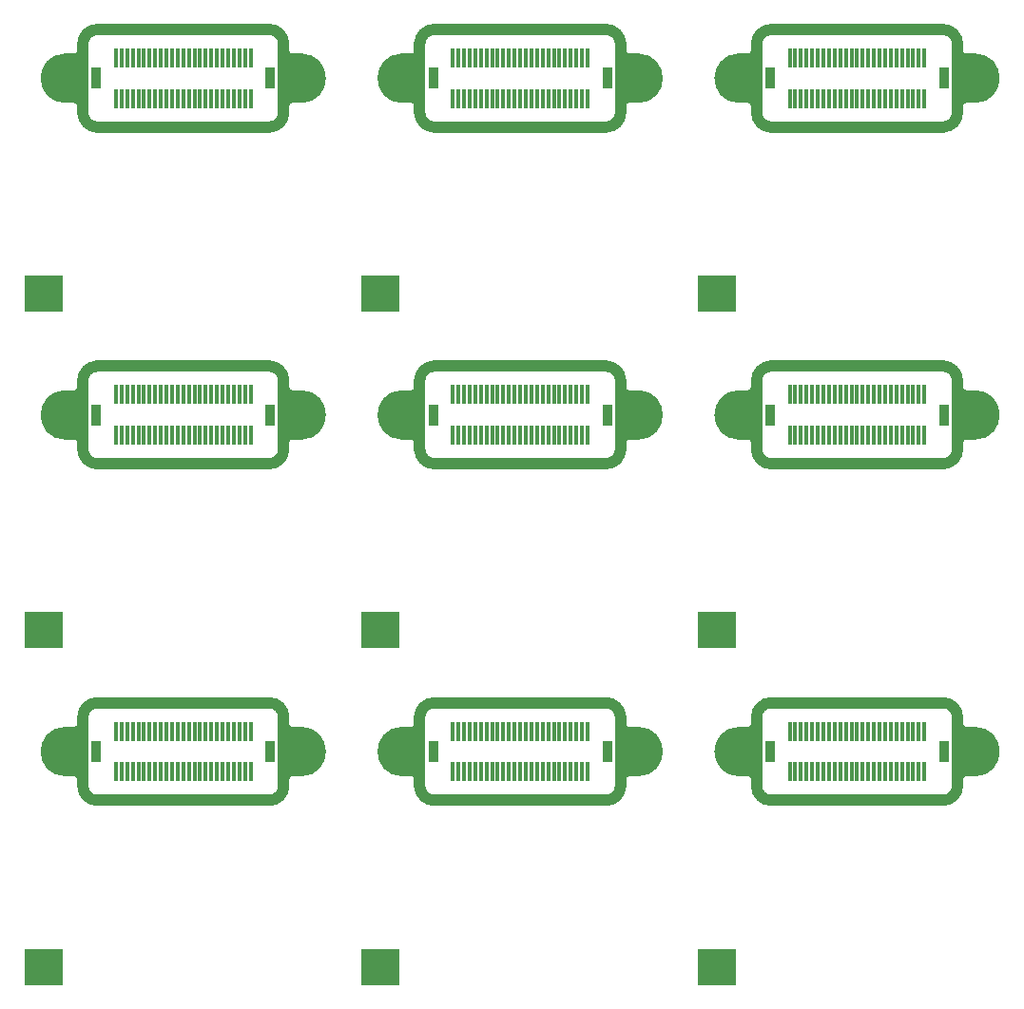
<source format=gbs>
G04 Layer_Color=16711935*
%FSLAX44Y44*%
%MOMM*%
G71*
G01*
G75*
%ADD27C,1.0000*%
%ADD29R,3.4000X3.2000*%
%ADD53C,0.1600*%
%ADD54C,3.6600*%
%ADD55C,3.7000*%
%ADD56R,0.4000X1.7000*%
%ADD57R,0.9600X1.9600*%
D27*
X63225Y223000D02*
G03*
X55475Y230000I-7375J-375D01*
G01*
Y264000D02*
G03*
X63225Y271000I375J7375D01*
G01*
X249974Y230000D02*
G03*
X242225Y223000I-375J-7375D01*
G01*
Y271000D02*
G03*
X249974Y264000I7375J375D01*
G01*
X47725D02*
G03*
X47725Y230000I26J-17000D01*
G01*
X257725Y230000D02*
G03*
X257725Y264000I-26J17000D01*
G01*
X63225Y216500D02*
G03*
X76225Y203500I13000J0D01*
G01*
Y290500D02*
G03*
X63225Y277500I0J-13000D01*
G01*
X229225Y203500D02*
G03*
X242225Y216500I0J13000D01*
G01*
Y277500D02*
G03*
X229225Y290500I-13000J0D01*
G01*
X242225Y222025D02*
Y271000D01*
X63225Y221000D02*
Y271000D01*
X76225Y290500D02*
X229225D01*
X76225Y203500D02*
X229225D01*
X47725Y230000D02*
X55475D01*
X47725Y264000D02*
X55475D01*
X249974Y230000D02*
X257725D01*
X249974Y264000D02*
X257725D01*
X63225Y216500D02*
Y223000D01*
X242225Y271000D02*
Y277500D01*
Y216500D02*
Y223000D01*
X63225Y271000D02*
Y277500D01*
X363225Y223000D02*
G03*
X355475Y230000I-7375J-375D01*
G01*
Y264000D02*
G03*
X363225Y271000I375J7375D01*
G01*
X549974Y230000D02*
G03*
X542225Y223000I-375J-7375D01*
G01*
Y271000D02*
G03*
X549974Y264000I7375J375D01*
G01*
X347725D02*
G03*
X347725Y230000I26J-17000D01*
G01*
X557725Y230000D02*
G03*
X557725Y264000I-26J17000D01*
G01*
X363225Y216500D02*
G03*
X376225Y203500I13000J0D01*
G01*
Y290500D02*
G03*
X363225Y277500I0J-13000D01*
G01*
X529225Y203500D02*
G03*
X542225Y216500I0J13000D01*
G01*
Y277500D02*
G03*
X529225Y290500I-13000J0D01*
G01*
X542225Y222025D02*
Y271000D01*
X363225Y221000D02*
Y271000D01*
X376225Y290500D02*
X529225D01*
X376225Y203500D02*
X529225D01*
X347725Y230000D02*
X355475D01*
X347725Y264000D02*
X355475D01*
X549974Y230000D02*
X557725D01*
X549974Y264000D02*
X557725D01*
X363225Y216500D02*
Y223000D01*
X542225Y271000D02*
Y277500D01*
Y216500D02*
Y223000D01*
X363225Y271000D02*
Y277500D01*
X663225Y223000D02*
G03*
X655475Y230000I-7375J-375D01*
G01*
Y264000D02*
G03*
X663225Y271000I375J7375D01*
G01*
X849974Y230000D02*
G03*
X842225Y223000I-375J-7375D01*
G01*
Y271000D02*
G03*
X849974Y264000I7375J375D01*
G01*
X647725D02*
G03*
X647725Y230000I26J-17000D01*
G01*
X857725Y230000D02*
G03*
X857725Y264000I-26J17000D01*
G01*
X663225Y216500D02*
G03*
X676225Y203500I13000J0D01*
G01*
Y290500D02*
G03*
X663225Y277500I0J-13000D01*
G01*
X829225Y203500D02*
G03*
X842225Y216500I0J13000D01*
G01*
Y277500D02*
G03*
X829225Y290500I-13000J0D01*
G01*
X842225Y222025D02*
Y271000D01*
X663225Y221000D02*
Y271000D01*
X676225Y290500D02*
X829225D01*
X676225Y203500D02*
X829225D01*
X647725Y230000D02*
X655475D01*
X647725Y264000D02*
X655475D01*
X849974Y230000D02*
X857725D01*
X849974Y264000D02*
X857725D01*
X663225Y216500D02*
Y223000D01*
X842225Y271000D02*
Y277500D01*
Y216500D02*
Y223000D01*
X663225Y271000D02*
Y277500D01*
X63225Y523000D02*
G03*
X55475Y530000I-7375J-375D01*
G01*
Y564000D02*
G03*
X63225Y571000I375J7375D01*
G01*
X249974Y530000D02*
G03*
X242225Y523000I-375J-7375D01*
G01*
Y571000D02*
G03*
X249974Y564000I7375J375D01*
G01*
X47725D02*
G03*
X47725Y530000I26J-17000D01*
G01*
X257725Y530000D02*
G03*
X257725Y564000I-26J17000D01*
G01*
X63225Y516500D02*
G03*
X76225Y503500I13000J0D01*
G01*
Y590500D02*
G03*
X63225Y577500I0J-13000D01*
G01*
X229225Y503500D02*
G03*
X242225Y516500I0J13000D01*
G01*
Y577500D02*
G03*
X229225Y590500I-13000J0D01*
G01*
X242225Y522025D02*
Y571000D01*
X63225Y521000D02*
Y571000D01*
X76225Y590500D02*
X229225D01*
X76225Y503500D02*
X229225D01*
X47725Y530000D02*
X55475D01*
X47725Y564000D02*
X55475D01*
X249974Y530000D02*
X257725D01*
X249974Y564000D02*
X257725D01*
X63225Y516500D02*
Y523000D01*
X242225Y571000D02*
Y577500D01*
Y516500D02*
Y523000D01*
X63225Y571000D02*
Y577500D01*
X363225Y523000D02*
G03*
X355475Y530000I-7375J-375D01*
G01*
Y564000D02*
G03*
X363225Y571000I375J7375D01*
G01*
X549974Y530000D02*
G03*
X542225Y523000I-375J-7375D01*
G01*
Y571000D02*
G03*
X549974Y564000I7375J375D01*
G01*
X347725D02*
G03*
X347725Y530000I26J-17000D01*
G01*
X557725Y530000D02*
G03*
X557725Y564000I-26J17000D01*
G01*
X363225Y516500D02*
G03*
X376225Y503500I13000J0D01*
G01*
Y590500D02*
G03*
X363225Y577500I0J-13000D01*
G01*
X529225Y503500D02*
G03*
X542225Y516500I0J13000D01*
G01*
Y577500D02*
G03*
X529225Y590500I-13000J0D01*
G01*
X542225Y522025D02*
Y571000D01*
X363225Y521000D02*
Y571000D01*
X376225Y590500D02*
X529225D01*
X376225Y503500D02*
X529225D01*
X347725Y530000D02*
X355475D01*
X347725Y564000D02*
X355475D01*
X549974Y530000D02*
X557725D01*
X549974Y564000D02*
X557725D01*
X363225Y516500D02*
Y523000D01*
X542225Y571000D02*
Y577500D01*
Y516500D02*
Y523000D01*
X363225Y571000D02*
Y577500D01*
X663225Y523000D02*
G03*
X655475Y530000I-7375J-375D01*
G01*
Y564000D02*
G03*
X663225Y571000I375J7375D01*
G01*
X849974Y530000D02*
G03*
X842225Y523000I-375J-7375D01*
G01*
Y571000D02*
G03*
X849974Y564000I7375J375D01*
G01*
X647725D02*
G03*
X647725Y530000I26J-17000D01*
G01*
X857725Y530000D02*
G03*
X857725Y564000I-26J17000D01*
G01*
X663225Y516500D02*
G03*
X676225Y503500I13000J0D01*
G01*
Y590500D02*
G03*
X663225Y577500I0J-13000D01*
G01*
X829225Y503500D02*
G03*
X842225Y516500I0J13000D01*
G01*
Y577500D02*
G03*
X829225Y590500I-13000J0D01*
G01*
X842225Y522025D02*
Y571000D01*
X663225Y521000D02*
Y571000D01*
X676225Y590500D02*
X829225D01*
X676225Y503500D02*
X829225D01*
X647725Y530000D02*
X655475D01*
X647725Y564000D02*
X655475D01*
X849974Y530000D02*
X857725D01*
X849974Y564000D02*
X857725D01*
X663225Y516500D02*
Y523000D01*
X842225Y571000D02*
Y577500D01*
Y516500D02*
Y523000D01*
X663225Y571000D02*
Y577500D01*
X63225Y823000D02*
G03*
X55475Y830000I-7375J-375D01*
G01*
Y864000D02*
G03*
X63225Y871000I375J7375D01*
G01*
X249974Y830000D02*
G03*
X242225Y823000I-375J-7375D01*
G01*
Y871000D02*
G03*
X249974Y864000I7375J375D01*
G01*
X47725D02*
G03*
X47725Y830000I26J-17000D01*
G01*
X257725Y830000D02*
G03*
X257725Y864000I-26J17000D01*
G01*
X63225Y816500D02*
G03*
X76225Y803500I13000J0D01*
G01*
Y890500D02*
G03*
X63225Y877500I0J-13000D01*
G01*
X229225Y803500D02*
G03*
X242225Y816500I0J13000D01*
G01*
Y877500D02*
G03*
X229225Y890500I-13000J0D01*
G01*
X242225Y822025D02*
Y871000D01*
X63225Y821000D02*
Y871000D01*
X76225Y890500D02*
X229225D01*
X76225Y803500D02*
X229225D01*
X47725Y830000D02*
X55475D01*
X47725Y864000D02*
X55475D01*
X249974Y830000D02*
X257725D01*
X249974Y864000D02*
X257725D01*
X63225Y816500D02*
Y823000D01*
X242225Y871000D02*
Y877500D01*
Y816500D02*
Y823000D01*
X63225Y871000D02*
Y877500D01*
X363225Y823000D02*
G03*
X355475Y830000I-7375J-375D01*
G01*
Y864000D02*
G03*
X363225Y871000I375J7375D01*
G01*
X549974Y830000D02*
G03*
X542225Y823000I-375J-7375D01*
G01*
Y871000D02*
G03*
X549974Y864000I7375J375D01*
G01*
X347725D02*
G03*
X347725Y830000I26J-17000D01*
G01*
X557725Y830000D02*
G03*
X557725Y864000I-26J17000D01*
G01*
X363225Y816500D02*
G03*
X376225Y803500I13000J0D01*
G01*
Y890500D02*
G03*
X363225Y877500I0J-13000D01*
G01*
X529225Y803500D02*
G03*
X542225Y816500I0J13000D01*
G01*
Y877500D02*
G03*
X529225Y890500I-13000J0D01*
G01*
X542225Y822025D02*
Y871000D01*
X363225Y821000D02*
Y871000D01*
X376225Y890500D02*
X529225D01*
X376225Y803500D02*
X529225D01*
X347725Y830000D02*
X355475D01*
X347725Y864000D02*
X355475D01*
X549974Y830000D02*
X557725D01*
X549974Y864000D02*
X557725D01*
X363225Y816500D02*
Y823000D01*
X542225Y871000D02*
Y877500D01*
Y816500D02*
Y823000D01*
X363225Y871000D02*
Y877500D01*
X663225Y823000D02*
G03*
X655475Y830000I-7375J-375D01*
G01*
Y864000D02*
G03*
X663225Y871000I375J7375D01*
G01*
X849974Y830000D02*
G03*
X842225Y823000I-375J-7375D01*
G01*
Y871000D02*
G03*
X849974Y864000I7375J375D01*
G01*
X647725D02*
G03*
X647725Y830000I26J-17000D01*
G01*
X857725Y830000D02*
G03*
X857725Y864000I-26J17000D01*
G01*
X663225Y816500D02*
G03*
X676225Y803500I13000J0D01*
G01*
Y890500D02*
G03*
X663225Y877500I0J-13000D01*
G01*
X829225Y803500D02*
G03*
X842225Y816500I0J13000D01*
G01*
Y877500D02*
G03*
X829225Y890500I-13000J0D01*
G01*
X842225Y822025D02*
Y871000D01*
X663225Y821000D02*
Y871000D01*
X676225Y890500D02*
X829225D01*
X676225Y803500D02*
X829225D01*
X647725Y830000D02*
X655475D01*
X647725Y864000D02*
X655475D01*
X849974Y830000D02*
X857725D01*
X849974Y864000D02*
X857725D01*
X663225Y816500D02*
Y823000D01*
X842225Y871000D02*
Y877500D01*
Y816500D02*
Y823000D01*
X663225Y871000D02*
Y877500D01*
D29*
X28250Y55000D02*
D03*
X328250D02*
D03*
X628250D02*
D03*
X28250Y355000D02*
D03*
X328250D02*
D03*
X628250D02*
D03*
X28250Y655000D02*
D03*
X328250D02*
D03*
X628250D02*
D03*
D53*
X223250Y262000D02*
D03*
X82250D02*
D03*
X523250D02*
D03*
X382250D02*
D03*
X823250D02*
D03*
X682250D02*
D03*
X223250Y562000D02*
D03*
X82250D02*
D03*
X523250D02*
D03*
X382250D02*
D03*
X823250D02*
D03*
X682250D02*
D03*
X223250Y862000D02*
D03*
X82250D02*
D03*
X523250D02*
D03*
X382250D02*
D03*
X823250D02*
D03*
X682250D02*
D03*
D54*
X257750Y247000D02*
D03*
X557750D02*
D03*
X857750D02*
D03*
X257750Y547000D02*
D03*
X557750D02*
D03*
X857750D02*
D03*
X257750Y847000D02*
D03*
X557750D02*
D03*
X857750D02*
D03*
D55*
X47750Y247000D02*
D03*
X347750D02*
D03*
X647750D02*
D03*
X47750Y547000D02*
D03*
X347750D02*
D03*
X647750D02*
D03*
X47750Y847000D02*
D03*
X347750D02*
D03*
X647750D02*
D03*
D56*
X92750Y265000D02*
D03*
Y229000D02*
D03*
X97750Y265000D02*
D03*
Y229000D02*
D03*
X102750Y265000D02*
D03*
Y229000D02*
D03*
X107750Y265000D02*
D03*
Y229000D02*
D03*
X112750Y265000D02*
D03*
Y229000D02*
D03*
X117750Y265000D02*
D03*
Y229000D02*
D03*
X122750Y265000D02*
D03*
Y229000D02*
D03*
X127750Y265000D02*
D03*
Y229000D02*
D03*
X132750Y265000D02*
D03*
Y229000D02*
D03*
X137750Y265000D02*
D03*
Y229000D02*
D03*
X142750Y265000D02*
D03*
Y229000D02*
D03*
X147750Y265000D02*
D03*
Y229000D02*
D03*
X152750Y265000D02*
D03*
Y229000D02*
D03*
X157750Y265000D02*
D03*
Y229000D02*
D03*
X162750Y265000D02*
D03*
Y229000D02*
D03*
X167750Y265000D02*
D03*
Y229000D02*
D03*
X172750Y265000D02*
D03*
Y229000D02*
D03*
X177750Y265000D02*
D03*
Y229000D02*
D03*
X182750Y265000D02*
D03*
Y229000D02*
D03*
X187750Y265000D02*
D03*
Y229000D02*
D03*
X192750Y265000D02*
D03*
Y229000D02*
D03*
X197750Y265000D02*
D03*
Y229000D02*
D03*
X202750Y265000D02*
D03*
Y229000D02*
D03*
X207750Y265000D02*
D03*
Y229000D02*
D03*
X212750Y265000D02*
D03*
Y229000D02*
D03*
X392750Y265000D02*
D03*
Y229000D02*
D03*
X397750Y265000D02*
D03*
Y229000D02*
D03*
X402750Y265000D02*
D03*
Y229000D02*
D03*
X407750Y265000D02*
D03*
Y229000D02*
D03*
X412750Y265000D02*
D03*
Y229000D02*
D03*
X417750Y265000D02*
D03*
Y229000D02*
D03*
X422750Y265000D02*
D03*
Y229000D02*
D03*
X427750Y265000D02*
D03*
Y229000D02*
D03*
X432750Y265000D02*
D03*
Y229000D02*
D03*
X437750Y265000D02*
D03*
Y229000D02*
D03*
X442750Y265000D02*
D03*
Y229000D02*
D03*
X447750Y265000D02*
D03*
Y229000D02*
D03*
X452750Y265000D02*
D03*
Y229000D02*
D03*
X457750Y265000D02*
D03*
Y229000D02*
D03*
X462750Y265000D02*
D03*
Y229000D02*
D03*
X467750Y265000D02*
D03*
Y229000D02*
D03*
X472750Y265000D02*
D03*
Y229000D02*
D03*
X477750Y265000D02*
D03*
Y229000D02*
D03*
X482750Y265000D02*
D03*
Y229000D02*
D03*
X487750Y265000D02*
D03*
Y229000D02*
D03*
X492750Y265000D02*
D03*
Y229000D02*
D03*
X497750Y265000D02*
D03*
Y229000D02*
D03*
X502750Y265000D02*
D03*
Y229000D02*
D03*
X507750Y265000D02*
D03*
Y229000D02*
D03*
X512750Y265000D02*
D03*
Y229000D02*
D03*
X692750Y265000D02*
D03*
Y229000D02*
D03*
X697750Y265000D02*
D03*
Y229000D02*
D03*
X702750Y265000D02*
D03*
Y229000D02*
D03*
X707750Y265000D02*
D03*
Y229000D02*
D03*
X712750Y265000D02*
D03*
Y229000D02*
D03*
X717750Y265000D02*
D03*
Y229000D02*
D03*
X722750Y265000D02*
D03*
Y229000D02*
D03*
X727750Y265000D02*
D03*
Y229000D02*
D03*
X732750Y265000D02*
D03*
Y229000D02*
D03*
X737750Y265000D02*
D03*
Y229000D02*
D03*
X742750Y265000D02*
D03*
Y229000D02*
D03*
X747750Y265000D02*
D03*
Y229000D02*
D03*
X752750Y265000D02*
D03*
Y229000D02*
D03*
X757750Y265000D02*
D03*
Y229000D02*
D03*
X762750Y265000D02*
D03*
Y229000D02*
D03*
X767750Y265000D02*
D03*
Y229000D02*
D03*
X772750Y265000D02*
D03*
Y229000D02*
D03*
X777750Y265000D02*
D03*
Y229000D02*
D03*
X782750Y265000D02*
D03*
Y229000D02*
D03*
X787750Y265000D02*
D03*
Y229000D02*
D03*
X792750Y265000D02*
D03*
Y229000D02*
D03*
X797750Y265000D02*
D03*
Y229000D02*
D03*
X802750Y265000D02*
D03*
Y229000D02*
D03*
X807750Y265000D02*
D03*
Y229000D02*
D03*
X812750Y265000D02*
D03*
Y229000D02*
D03*
X92750Y565000D02*
D03*
Y529000D02*
D03*
X97750Y565000D02*
D03*
Y529000D02*
D03*
X102750Y565000D02*
D03*
Y529000D02*
D03*
X107750Y565000D02*
D03*
Y529000D02*
D03*
X112750Y565000D02*
D03*
Y529000D02*
D03*
X117750Y565000D02*
D03*
Y529000D02*
D03*
X122750Y565000D02*
D03*
Y529000D02*
D03*
X127750Y565000D02*
D03*
Y529000D02*
D03*
X132750Y565000D02*
D03*
Y529000D02*
D03*
X137750Y565000D02*
D03*
Y529000D02*
D03*
X142750Y565000D02*
D03*
Y529000D02*
D03*
X147750Y565000D02*
D03*
Y529000D02*
D03*
X152750Y565000D02*
D03*
Y529000D02*
D03*
X157750Y565000D02*
D03*
Y529000D02*
D03*
X162750Y565000D02*
D03*
Y529000D02*
D03*
X167750Y565000D02*
D03*
Y529000D02*
D03*
X172750Y565000D02*
D03*
Y529000D02*
D03*
X177750Y565000D02*
D03*
Y529000D02*
D03*
X182750Y565000D02*
D03*
Y529000D02*
D03*
X187750Y565000D02*
D03*
Y529000D02*
D03*
X192750Y565000D02*
D03*
Y529000D02*
D03*
X197750Y565000D02*
D03*
Y529000D02*
D03*
X202750Y565000D02*
D03*
Y529000D02*
D03*
X207750Y565000D02*
D03*
Y529000D02*
D03*
X212750Y565000D02*
D03*
Y529000D02*
D03*
X392750Y565000D02*
D03*
Y529000D02*
D03*
X397750Y565000D02*
D03*
Y529000D02*
D03*
X402750Y565000D02*
D03*
Y529000D02*
D03*
X407750Y565000D02*
D03*
Y529000D02*
D03*
X412750Y565000D02*
D03*
Y529000D02*
D03*
X417750Y565000D02*
D03*
Y529000D02*
D03*
X422750Y565000D02*
D03*
Y529000D02*
D03*
X427750Y565000D02*
D03*
Y529000D02*
D03*
X432750Y565000D02*
D03*
Y529000D02*
D03*
X437750Y565000D02*
D03*
Y529000D02*
D03*
X442750Y565000D02*
D03*
Y529000D02*
D03*
X447750Y565000D02*
D03*
Y529000D02*
D03*
X452750Y565000D02*
D03*
Y529000D02*
D03*
X457750Y565000D02*
D03*
Y529000D02*
D03*
X462750Y565000D02*
D03*
Y529000D02*
D03*
X467750Y565000D02*
D03*
Y529000D02*
D03*
X472750Y565000D02*
D03*
Y529000D02*
D03*
X477750Y565000D02*
D03*
Y529000D02*
D03*
X482750Y565000D02*
D03*
Y529000D02*
D03*
X487750Y565000D02*
D03*
Y529000D02*
D03*
X492750Y565000D02*
D03*
Y529000D02*
D03*
X497750Y565000D02*
D03*
Y529000D02*
D03*
X502750Y565000D02*
D03*
Y529000D02*
D03*
X507750Y565000D02*
D03*
Y529000D02*
D03*
X512750Y565000D02*
D03*
Y529000D02*
D03*
X692750Y565000D02*
D03*
Y529000D02*
D03*
X697750Y565000D02*
D03*
Y529000D02*
D03*
X702750Y565000D02*
D03*
Y529000D02*
D03*
X707750Y565000D02*
D03*
Y529000D02*
D03*
X712750Y565000D02*
D03*
Y529000D02*
D03*
X717750Y565000D02*
D03*
Y529000D02*
D03*
X722750Y565000D02*
D03*
Y529000D02*
D03*
X727750Y565000D02*
D03*
Y529000D02*
D03*
X732750Y565000D02*
D03*
Y529000D02*
D03*
X737750Y565000D02*
D03*
Y529000D02*
D03*
X742750Y565000D02*
D03*
Y529000D02*
D03*
X747750Y565000D02*
D03*
Y529000D02*
D03*
X752750Y565000D02*
D03*
Y529000D02*
D03*
X757750Y565000D02*
D03*
Y529000D02*
D03*
X762750Y565000D02*
D03*
Y529000D02*
D03*
X767750Y565000D02*
D03*
Y529000D02*
D03*
X772750Y565000D02*
D03*
Y529000D02*
D03*
X777750Y565000D02*
D03*
Y529000D02*
D03*
X782750Y565000D02*
D03*
Y529000D02*
D03*
X787750Y565000D02*
D03*
Y529000D02*
D03*
X792750Y565000D02*
D03*
Y529000D02*
D03*
X797750Y565000D02*
D03*
Y529000D02*
D03*
X802750Y565000D02*
D03*
Y529000D02*
D03*
X807750Y565000D02*
D03*
Y529000D02*
D03*
X812750Y565000D02*
D03*
Y529000D02*
D03*
X92750Y865000D02*
D03*
Y829000D02*
D03*
X97750Y865000D02*
D03*
Y829000D02*
D03*
X102750Y865000D02*
D03*
Y829000D02*
D03*
X107750Y865000D02*
D03*
Y829000D02*
D03*
X112750Y865000D02*
D03*
Y829000D02*
D03*
X117750Y865000D02*
D03*
Y829000D02*
D03*
X122750Y865000D02*
D03*
Y829000D02*
D03*
X127750Y865000D02*
D03*
Y829000D02*
D03*
X132750Y865000D02*
D03*
Y829000D02*
D03*
X137750Y865000D02*
D03*
Y829000D02*
D03*
X142750Y865000D02*
D03*
Y829000D02*
D03*
X147750Y865000D02*
D03*
Y829000D02*
D03*
X152750Y865000D02*
D03*
Y829000D02*
D03*
X157750Y865000D02*
D03*
Y829000D02*
D03*
X162750Y865000D02*
D03*
Y829000D02*
D03*
X167750Y865000D02*
D03*
Y829000D02*
D03*
X172750Y865000D02*
D03*
Y829000D02*
D03*
X177750Y865000D02*
D03*
Y829000D02*
D03*
X182750Y865000D02*
D03*
Y829000D02*
D03*
X187750Y865000D02*
D03*
Y829000D02*
D03*
X192750Y865000D02*
D03*
Y829000D02*
D03*
X197750Y865000D02*
D03*
Y829000D02*
D03*
X202750Y865000D02*
D03*
Y829000D02*
D03*
X207750Y865000D02*
D03*
Y829000D02*
D03*
X212750Y865000D02*
D03*
Y829000D02*
D03*
X392750Y865000D02*
D03*
Y829000D02*
D03*
X397750Y865000D02*
D03*
Y829000D02*
D03*
X402750Y865000D02*
D03*
Y829000D02*
D03*
X407750Y865000D02*
D03*
Y829000D02*
D03*
X412750Y865000D02*
D03*
Y829000D02*
D03*
X417750Y865000D02*
D03*
Y829000D02*
D03*
X422750Y865000D02*
D03*
Y829000D02*
D03*
X427750Y865000D02*
D03*
Y829000D02*
D03*
X432750Y865000D02*
D03*
Y829000D02*
D03*
X437750Y865000D02*
D03*
Y829000D02*
D03*
X442750Y865000D02*
D03*
Y829000D02*
D03*
X447750Y865000D02*
D03*
Y829000D02*
D03*
X452750Y865000D02*
D03*
Y829000D02*
D03*
X457750Y865000D02*
D03*
Y829000D02*
D03*
X462750Y865000D02*
D03*
Y829000D02*
D03*
X467750Y865000D02*
D03*
Y829000D02*
D03*
X472750Y865000D02*
D03*
Y829000D02*
D03*
X477750Y865000D02*
D03*
Y829000D02*
D03*
X482750Y865000D02*
D03*
Y829000D02*
D03*
X487750Y865000D02*
D03*
Y829000D02*
D03*
X492750Y865000D02*
D03*
Y829000D02*
D03*
X497750Y865000D02*
D03*
Y829000D02*
D03*
X502750Y865000D02*
D03*
Y829000D02*
D03*
X507750Y865000D02*
D03*
Y829000D02*
D03*
X512750Y865000D02*
D03*
Y829000D02*
D03*
X692750Y865000D02*
D03*
Y829000D02*
D03*
X697750Y865000D02*
D03*
Y829000D02*
D03*
X702750Y865000D02*
D03*
Y829000D02*
D03*
X707750Y865000D02*
D03*
Y829000D02*
D03*
X712750Y865000D02*
D03*
Y829000D02*
D03*
X717750Y865000D02*
D03*
Y829000D02*
D03*
X722750Y865000D02*
D03*
Y829000D02*
D03*
X727750Y865000D02*
D03*
Y829000D02*
D03*
X732750Y865000D02*
D03*
Y829000D02*
D03*
X737750Y865000D02*
D03*
Y829000D02*
D03*
X742750Y865000D02*
D03*
Y829000D02*
D03*
X747750Y865000D02*
D03*
Y829000D02*
D03*
X752750Y865000D02*
D03*
Y829000D02*
D03*
X757750Y865000D02*
D03*
Y829000D02*
D03*
X762750Y865000D02*
D03*
Y829000D02*
D03*
X767750Y865000D02*
D03*
Y829000D02*
D03*
X772750Y865000D02*
D03*
Y829000D02*
D03*
X777750Y865000D02*
D03*
Y829000D02*
D03*
X782750Y865000D02*
D03*
Y829000D02*
D03*
X787750Y865000D02*
D03*
Y829000D02*
D03*
X792750Y865000D02*
D03*
Y829000D02*
D03*
X797750Y865000D02*
D03*
Y829000D02*
D03*
X802750Y865000D02*
D03*
Y829000D02*
D03*
X807750Y865000D02*
D03*
Y829000D02*
D03*
X812750Y865000D02*
D03*
Y829000D02*
D03*
D57*
X230250Y247000D02*
D03*
X75250D02*
D03*
X530250D02*
D03*
X375250D02*
D03*
X830250D02*
D03*
X675250D02*
D03*
X230250Y547000D02*
D03*
X75250D02*
D03*
X530250D02*
D03*
X375250D02*
D03*
X830250D02*
D03*
X675250D02*
D03*
X230250Y847000D02*
D03*
X75250D02*
D03*
X530250D02*
D03*
X375250D02*
D03*
X830250D02*
D03*
X675250D02*
D03*
M02*

</source>
